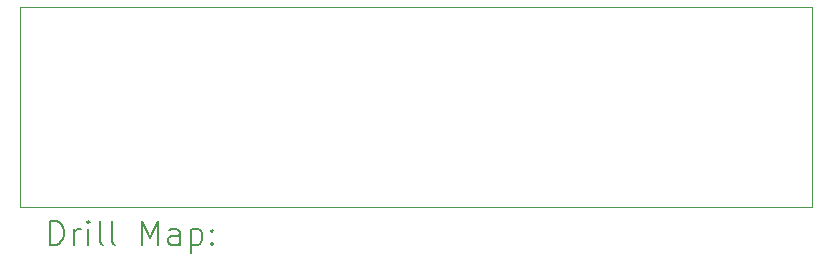
<source format=gbr>
%TF.GenerationSoftware,KiCad,Pcbnew,6.0.9-8da3e8f707~116~ubuntu22.04.1*%
%TF.CreationDate,2022-11-08T11:47:22+01:00*%
%TF.ProjectId,PCB-lijnvolger,5043422d-6c69-46a6-9e76-6f6c6765722e,1.0*%
%TF.SameCoordinates,Original*%
%TF.FileFunction,Drillmap*%
%TF.FilePolarity,Positive*%
%FSLAX45Y45*%
G04 Gerber Fmt 4.5, Leading zero omitted, Abs format (unit mm)*
G04 Created by KiCad (PCBNEW 6.0.9-8da3e8f707~116~ubuntu22.04.1) date 2022-11-08 11:47:22*
%MOMM*%
%LPD*%
G01*
G04 APERTURE LIST*
%ADD10C,0.100000*%
%ADD11C,0.200000*%
G04 APERTURE END LIST*
D10*
X10000000Y-8000000D02*
X16700000Y-8000000D01*
X16700000Y-8000000D02*
X16700000Y-9700000D01*
X16700000Y-9700000D02*
X10000000Y-9700000D01*
X10000000Y-9700000D02*
X10000000Y-8000000D01*
D11*
X10252619Y-10015476D02*
X10252619Y-9815476D01*
X10300238Y-9815476D01*
X10328810Y-9825000D01*
X10347857Y-9844048D01*
X10357381Y-9863095D01*
X10366905Y-9901190D01*
X10366905Y-9929762D01*
X10357381Y-9967857D01*
X10347857Y-9986905D01*
X10328810Y-10005952D01*
X10300238Y-10015476D01*
X10252619Y-10015476D01*
X10452619Y-10015476D02*
X10452619Y-9882143D01*
X10452619Y-9920238D02*
X10462143Y-9901190D01*
X10471667Y-9891667D01*
X10490714Y-9882143D01*
X10509762Y-9882143D01*
X10576429Y-10015476D02*
X10576429Y-9882143D01*
X10576429Y-9815476D02*
X10566905Y-9825000D01*
X10576429Y-9834524D01*
X10585952Y-9825000D01*
X10576429Y-9815476D01*
X10576429Y-9834524D01*
X10700238Y-10015476D02*
X10681190Y-10005952D01*
X10671667Y-9986905D01*
X10671667Y-9815476D01*
X10805000Y-10015476D02*
X10785952Y-10005952D01*
X10776429Y-9986905D01*
X10776429Y-9815476D01*
X11033571Y-10015476D02*
X11033571Y-9815476D01*
X11100238Y-9958333D01*
X11166905Y-9815476D01*
X11166905Y-10015476D01*
X11347857Y-10015476D02*
X11347857Y-9910714D01*
X11338333Y-9891667D01*
X11319286Y-9882143D01*
X11281190Y-9882143D01*
X11262143Y-9891667D01*
X11347857Y-10005952D02*
X11328809Y-10015476D01*
X11281190Y-10015476D01*
X11262143Y-10005952D01*
X11252619Y-9986905D01*
X11252619Y-9967857D01*
X11262143Y-9948810D01*
X11281190Y-9939286D01*
X11328809Y-9939286D01*
X11347857Y-9929762D01*
X11443095Y-9882143D02*
X11443095Y-10082143D01*
X11443095Y-9891667D02*
X11462143Y-9882143D01*
X11500238Y-9882143D01*
X11519286Y-9891667D01*
X11528809Y-9901190D01*
X11538333Y-9920238D01*
X11538333Y-9977381D01*
X11528809Y-9996429D01*
X11519286Y-10005952D01*
X11500238Y-10015476D01*
X11462143Y-10015476D01*
X11443095Y-10005952D01*
X11624048Y-9996429D02*
X11633571Y-10005952D01*
X11624048Y-10015476D01*
X11614524Y-10005952D01*
X11624048Y-9996429D01*
X11624048Y-10015476D01*
X11624048Y-9891667D02*
X11633571Y-9901190D01*
X11624048Y-9910714D01*
X11614524Y-9901190D01*
X11624048Y-9891667D01*
X11624048Y-9910714D01*
M02*

</source>
